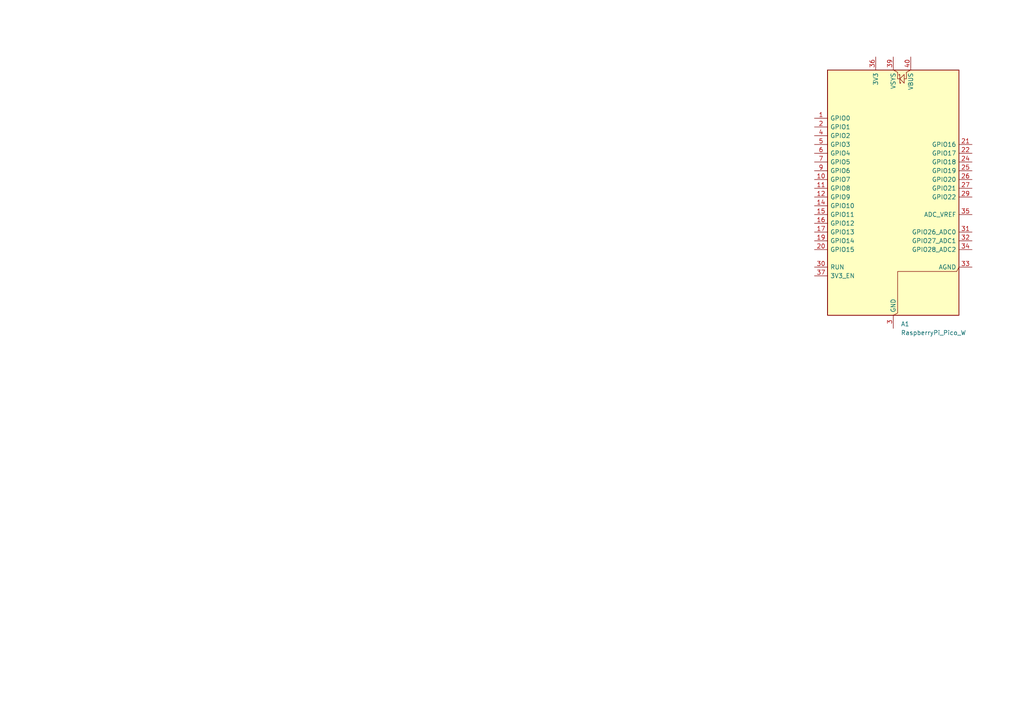
<source format=kicad_sch>
(kicad_sch (version 20231120) (generator "eeschema") (generator_version "8.0")
  (paper "A4")
  (lib_symbols
    (symbol "MCU_Module_RaspberryPi_Pico:RaspberryPi_Pico_W" (pin_names (offset 0.762))
      (property "Reference" "A" (at -19.05 38.1 0))
      (property "Value" "RaspberryPi_Pico_W" (at 7.62 38.1 0))
      (symbol "RaspberryPi_Pico_W_0_1"
        (rectangle (start -19.05 36.83) (end 19.05 -34.29) (stroke (width 0.254)) (fill (type background)))
        (polyline (pts (xy 0 36.83) (xy 1.27 36.195) (xy 1.27 34.29) (xy 1.905 34.29)))
        (polyline (pts (xy 1.905 34.29) (xy 3.175 35.56) (xy 3.175 33.02) (xy 1.905 34.29)))
        (polyline (pts (xy 5.08 36.83) (xy 3.81 36.195) (xy 3.81 34.29) (xy 3.175 34.29)))
        (polyline (pts (xy 0 -34.29) (xy 1.27 -33.655) (xy 1.27 -21.59) (xy 18.415 -21.59) (xy 19.05 -20.32)))
        (polyline (pts (xy 1.651 35.306) (xy 1.651 35.56) (xy 1.905 35.56) (xy 1.905 33.02) (xy 2.159 33.02) (xy 2.159 33.274)))
      )
      (symbol "RaspberryPi_Pico_W_1_1"
        (pin bidirectional line (at -22.86 22.86 0) (length 3.81) (name "GPIO0") (number "1"))
        (pin bidirectional line (at -22.86 5.08 0) (length 3.81) (name "GPIO7") (number "10"))
        (pin bidirectional line (at -22.86 2.54 0) (length 3.81) (name "GPIO8") (number "11"))
        (pin bidirectional line (at -22.86 0 0) (length 3.81) (name "GPIO9") (number "12"))
        (pin passive line (at 0 -38.1 90) (length 3.81) hide (name "GND") (number "13"))
        (pin bidirectional line (at -22.86 -2.54 0) (length 3.81) (name "GPIO10") (number "14"))
        (pin bidirectional line (at -22.86 -5.08 0) (length 3.81) (name "GPIO11") (number "15"))
        (pin bidirectional line (at -22.86 -7.62 0) (length 3.81) (name "GPIO12") (number "16"))
        (pin bidirectional line (at -22.86 -10.16 0) (length 3.81) (name "GPIO13") (number "17"))
        (pin passive line (at 0 -38.1 90) (length 3.81) hide (name "GND") (number "18"))
        (pin bidirectional line (at -22.86 -12.7 0) (length 3.81) (name "GPIO14") (number "19"))
        (pin bidirectional line (at -22.86 20.32 0) (length 3.81) (name "GPIO1") (number "2"))
        (pin bidirectional line (at -22.86 -15.24 0) (length 3.81) (name "GPIO15") (number "20"))
        (pin bidirectional line (at 22.86 15.24 180) (length 3.81) (name "GPIO16") (number "21"))
        (pin bidirectional line (at 22.86 12.7 180) (length 3.81) (name "GPIO17") (number "22"))
        (pin passive line (at 0 -38.1 90) (length 3.81) hide (name "GND") (number "23"))
        (pin bidirectional line (at 22.86 10.16 180) (length 3.81) (name "GPIO18") (number "24"))
        (pin bidirectional line (at 22.86 7.62 180) (length 3.81) (name "GPIO19") (number "25"))
        (pin bidirectional line (at 22.86 5.08 180) (length 3.81) (name "GPIO20") (number "26"))
        (pin bidirectional line (at 22.86 2.54 180) (length 3.81) (name "GPIO21") (number "27"))
        (pin passive line (at 0 -38.1 90) (length 3.81) hide (name "GND") (number "28"))
        (pin bidirectional line (at 22.86 0 180) (length 3.81) (name "GPIO22") (number "29"))
        (pin power_out line (at 0 -38.1 90) (length 3.81) (name "GND") (number "3"))
        (pin input line (at -22.86 -20.32 0) (length 3.81) (name "RUN") (number "30"))
        (pin bidirectional line (at 22.86 -10.16 180) (length 3.81) (name "GPIO26_ADC0") (number "31"))
        (pin bidirectional line (at 22.86 -12.7 180) (length 3.81) (name "GPIO27_ADC1") (number "32"))
        (pin power_out line (at 22.86 -20.32 180) (length 3.81) (name "AGND") (number "33"))
        (pin bidirectional line (at 22.86 -15.24 180) (length 3.81) (name "GPIO28_ADC2") (number "34"))
        (pin power_in line (at 22.86 -5.08 180) (length 3.81) (name "ADC_VREF") (number "35"))
        (pin power_out line (at -5.08 40.64 270) (length 3.81) (name "3V3") (number "36"))
        (pin input line (at -22.86 -22.86 0) (length 3.81) (name "3V3_EN") (number "37"))
        (pin passive line (at 0 -38.1 90) (length 3.81) hide (name "GND") (number "38"))
        (pin power_in line (at 0 40.64 270) (length 3.81) (name "VSYS") (number "39"))
        (pin bidirectional line (at -22.86 17.78 0) (length 3.81) (name "GPIO2") (number "4"))
        (pin power_out line (at 5.08 40.64 270) (length 3.81) (name "VBUS") (number "40"))
        (pin bidirectional line (at -22.86 15.24 0) (length 3.81) (name "GPIO3") (number "5"))
        (pin bidirectional line (at -22.86 12.7 0) (length 3.81) (name "GPIO4") (number "6"))
        (pin bidirectional line (at -22.86 10.16 0) (length 3.81) (name "GPIO5") (number "7"))
        (pin passive line (at 0 -38.1 90) (length 3.81) hide (name "GND") (number "8"))
        (pin bidirectional line (at -22.86 7.62 0) (length 3.81) (name "GPIO6") (number "9"))
      )
    )
  )
  (symbol (lib_id "MCU_Module_RaspberryPi_Pico:RaspberryPi_Pico_W") (at 259.08 57.15 0) (unit 1)
    (property "Reference" "A1" (at 261.2741 93.98 0) (effects (justify left)))
    (property "Value" "RaspberryPi_Pico_W" (at 261.2741 96.52 0) (effects (justify left)))
    (property "Footprint" "Module_RaspberryPi_Pico:RaspberryPi_Pico_Common" (effects (hide yes)))
    (property "Datasheet" "https://datasheets.raspberrypi.com/picow/pico-w-datasheet.pdf" (effects (hide yes)))
    (property "Description" "Versatile and inexpensive wireless microcontroller module powered by RP2040 dual-core Arm Cortex-M0+ processor up to 133 MHz, 264kB SRAM, 2MB QSPI flash, Infineon CYW43439 2.4GHz 802.11n wireless LAN" (effects (hide yes)))
  )
)
</source>
